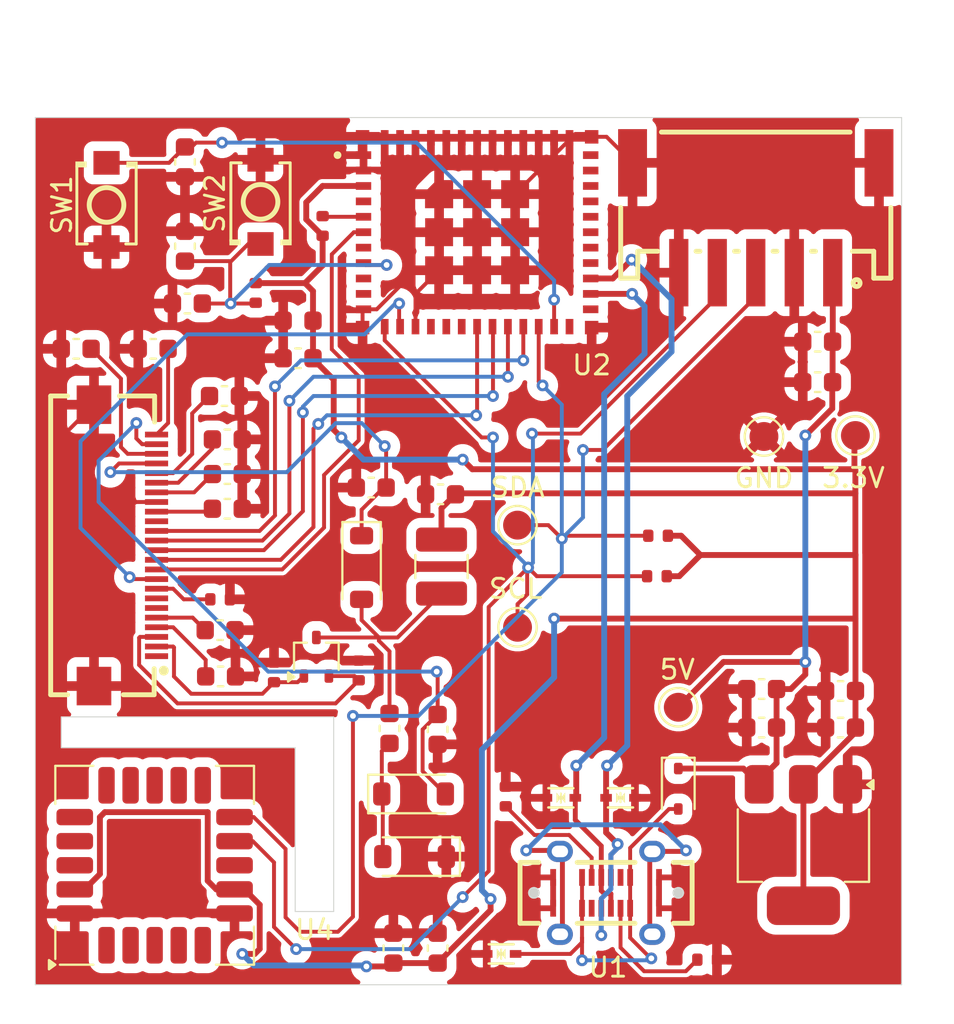
<source format=kicad_pcb>
(kicad_pcb (version 20241229) (generator "pcbnew") (generator_version "9.0")
  (layers (0 "F.Cu" signal) (2 "B.Cu" signal) (13 "F.Paste" user) (15 "B.Paste" user) (5 "F.SilkS" user "F.Silkscreen") (7 "B.SilkS" user "B.Silkscreen") (1 "F.Mask" user) (3 "B.Mask" user) (25 "Edge.Cuts" user))
  (net 0 "")
  (net 1 "GND")
  (net 2 "PREVGH")
  (net 3 "+3.3V")
  (net 4 "PREVGL")
  (net 5 "+5V")
  (net 6 "GPIO9")
  (net 7 "CHIP_PU")
  (net 8 "VBUS")
  (net 9 "D-")
  (net 10 "D+")
  (net 11 "SCL")
  (net 12 "SDA")
  (net 13 "SCLK")
  (net 14 "DC")
  (net 15 "CS")
  (net 16 "RES")
  (net 17 "GDR")
  (net 18 "BUSY")
  (net 19 "SDI")
  (net 20 "RESE")
  (net 21 "GPIO2")
  (net 22 "Net-(U1-CC1)")
  (net 23 "Net-(U1-CC2)")
  (net 25 "unconnected-(U1-EH-Pad0)")
  (net 30 "Net-(FPC1-Pad8)")
  (net 32 "Net-(C12-Pad2)")
  (net 33 "Net-(C14-Pad2)")
  (net 34 "Net-(D6-K)")
  (net 35 "Net-(D8-A)")
  (net 36 "Net-(C20-Pad2)")
  (net 37 "Net-(C21-Pad1)")
  (net 38 "Net-(C22-Pad1)")
  (net 39 "Net-(C23-Pad2)")
  (net 40 "Net-(C24-Pad2)")
  (net 41 "Net-(C25-Pad2)")
  (footprint "FPC-SMD_24P-P0.50_FPC-05FB-24PH20:FPC-SMD_24P-P0.50_FPC-05FB-24PH20" (layer "F.Cu") (at 91.674 96.2 -90)
    (property "Reference" "FPC1" (hide yes))
    (property "Value" "~")
  )
  (footprint "Capacitor_SMD:C_0603_1608Metric" (layer "F.Cu") (at 108.05 93.55 180)
    (property "Reference" "C18" (hide yes))
    (property "Value" "4.7uf/25V")
  )
  (footprint "Capacitor_SMD:C_0603_1608Metric" (layer "F.Cu") (at 105.4 105.7 90)
    (property "Reference" "C17" (hide yes))
    (property "Value" "4.7uf/25V")
  )
  (footprint "Capacitor_SMD:C_0603_1608Metric" (layer "F.Cu") (at 94.9 83.65)
    (property "Reference" "C4" (hide yes))
    (property "Value" "1uf/50V")
  )
  (footprint "Capacitor_SMD:C_0603_1608Metric" (layer "F.Cu") (at 96.975 92.5)
    (property "Reference" "C21" (hide yes))
    (property "Value" "1uf/50V")
  )
  (footprint "TestPoint:TestPoint_Pad_D1.5mm" (layer "F.Cu") (at 112.05 100.45)
    (property "Reference" "SCL")
    (property "Value" "TestPoint")
  )
  (footprint "Sensor:Sensirion_SCD4x-1EP_10.1x10.1mm_P1.25mm_EP4.8x4.8mm" (layer "F.Cu") (at 93.2 112.8 90)
    (property "Reference" "U4")
    (property "Value" "SCD40-D-R1")
  )
  (footprint "Diode_SMD:D_SOD-323" (layer "F.Cu") (at 120.4 108.830758 -90)
    (property "Reference" "D1" (hide yes))
    (property "Value" "1N5819WS")
  )
  (footprint "Capacitor_SMD:C_0603_1608Metric" (layer "F.Cu") (at 96.975 94.3 180)
    (property "Reference" "C20" (hide yes))
    (property "Value" "1uf/50V")
  )
  (footprint "TestPoint:TestPoint_Pad_D1.5mm" (layer "F.Cu") (at 112.05 95.15)
    (property "Reference" "SDA")
    (property "Value" "TestPoint")
  )
  (footprint "TestPoint:TestPoint_Pad_D1.5mm" (layer "F.Cu") (at 124.85 90.55)
    (property "Reference" "GND")
    (property "Value" "TestPoint")
  )
  (footprint "Capacitor_SMD:C_0603_1608Metric" (layer "F.Cu") (at 107.9 105.75 -90)
    (property "Reference" "C13" (hide yes))
    (property "Value" "4.7uf/25V")
  )
  (footprint "Diode_SMD:D_SOD-123" (layer "F.Cu") (at 106.7 112.35 180)
    (property "Reference" "D7" (hide yes))
    (property "Value" "MBR0530")
  )
  (footprint "Resistor_SMD:R_0402_1005Metric" (layer "F.Cu") (at 99.4 102.79 -90)
    (property "Reference" "R10" (hide yes))
    (property "Value" "10k")
  )
  (footprint "Capacitor_SMD:C_0603_1608Metric" (layer "F.Cu") (at 107.9 117.1 -90)
    (property "Reference" "C16" (hide yes))
    (property "Value" "4.7uf/25V")
  )
  (footprint "Capacitor_SMD:C_0603_1608Metric" (layer "F.Cu") (at 93.125 86)
    (property "Reference" "C25" (hide yes))
    (property "Value" "1uf/50V")
  )
  (footprint "Diode_SMD:D_SOD-123" (layer "F.Cu") (at 106.65 109.1)
    (property "Reference" "D6" (hide yes))
    (property "Value" "MBR0530")
  )
  (footprint "Resistor_SMD:R_0402_1005Metric" (layer "F.Cu") (at 111.44 109.230758 -90)
    (property "Reference" "R4" (hide yes))
    (property "Value" "5k")
  )
  (footprint "Capacitor_SMD:C_0603_1608Metric" (layer "F.Cu") (at 124.73 103.655 180)
    (property "Reference" "C7" (hide yes))
    (property "Value" "0.1uf/50V")
  )
  (footprint "Resistor_SMD:R_0402_1005Metric" (layer "F.Cu") (at 101.925 79.625 -90)
    (property "Reference" "R2" (hide yes))
    (property "Value" "10k")
  )
  (footprint "Capacitor_SMD:C_0603_1608Metric" (layer "F.Cu") (at 104.45 93.2 180)
    (property "Reference" "C19" (hide yes))
    (property "Value" "4.7uf/25V")
  )
  (footprint "CONN-SMD_5P-P2.00_ZX-PH2.0-WT5P:CONN-SMD_5P-P2.00_ZX-PH2.0-WT5P" (layer "F.Cu") (at 124.425 79.2 180)
    (property "Reference" "CN1" (hide yes))
    (property "Value" "~")
  )
  (footprint "Capacitor_SMD:C_0603_1608Metric" (layer "F.Cu") (at 94.775 80.675 90)
    (property "Reference" "C5" (hide yes))
    (property "Value" "0.1uf/50V")
  )
  (footprint "Capacitor_SMD:C_0603_1608Metric" (layer "F.Cu") (at 94.775 76.3 -90)
    (property "Reference" "C3" (hide yes))
    (property "Value" "0.1uf/50V")
  )
  (footprint "SOD-523_L1.2-W0.8-LS1.6-BI:SOD-523_L1.2-W0.8-LS1.6-BI" (layer "F.Cu") (at 114.3 109.3)
    (property "Reference" "D4" (hide yes))
    (property "Value" "~")
  )
  (footprint "Capacitor_SMD:C_0603_1608Metric" (layer "F.Cu") (at 89.125 86)
    (property "Reference" "C24" (hide yes))
    (property "Value" "4.7uf/25V")
  )
  (footprint "Resistor_SMD:R_0402_1005Metric" (layer "F.Cu") (at 103.8 102.69 -90)
    (property "Reference" "R11" (hide yes))
    (property "Value" "0.47")
  )
  (footprint "SOD-523_L1.2-W0.8-LS1.6-BI:SOD-523_L1.2-W0.8-LS1.6-BI" (layer "F.Cu") (at 111.2 117.4)
    (property "Reference" "D2" (hide yes))
    (property "Value" "~")
  )
  (footprint "Capacitor_SMD:C_0603_1608Metric" (layer "F.Cu") (at 96.975 90.7)
    (property "Reference" "C22" (hide yes))
    (property "Value" "1uf/50V")
  )
  (footprint "custom_footprints:XCVR_ESP32-C3-MINI-1-N4" (layer "F.Cu") (at 109.95 77.25)
    (property "Reference" "U2")
    (property "Value" "ESP32-C3-MINI-1-N4")
  )
  (footprint "Package_TO_SOT_SMD:SOT-323_SC-70" (layer "F.Cu") (at 101.6 101.98 90)
    (property "Reference" "Q1" (hide yes))
    (property "Value" "Si1308EDL")
  )
  (footprint "TestPoint:TestPoint_Pad_D1.5mm" (layer "F.Cu") (at 120.4 104.6)
    (property "Reference" "5V")
    (property "Value" "TestPoint")
  )
  (footprint "Capacitor_SMD:C_0603_1608Metric" (layer "F.Cu") (at 127.640415 85.630771)
    (property "Reference" "C10" (hide yes))
    (property "Value" "4.7uf/25V")
  )
  (footprint "Resistor_SMD:R_0402_1005Metric" (layer "F.Cu") (at 119.29 97.8)
    (property "Reference" "R6" (hide yes))
    (property "Value" "10k")
  )
  (footprint "Resistor_SMD:R_0402_1005Metric" (layer "F.Cu") (at 121.9 117.7 180)
    (property "Reference" "R3" (hide yes))
    (property "Value" "5k")
  )
  (footprint "Capacitor_SMD:C_0603_1608Metric" (layer "F.Cu") (at 96.825 88.45 180)
    (property "Reference" "C23" (hide yes))
    (property "Value" "4.7uf/25V")
  )
  (footprint "Capacitor_SMD:C_0603_1608Metric" (layer "F.Cu") (at 128.83 103.755)
    (property "Reference" "C9" (hide yes))
    (property "Value" "10uf/25V")
  )
  (footprint "Package_TO_SOT_SMD:SOT-223-3_TabPin2" (layer "F.Cu") (at 126.9 111.75 -90)
    (property "Reference" "U3" (hide yes))
    (property "Value" "AMS1117-3.3")
  )
  (footprint "Capacitor_SMD:C_0603_1608Metric" (layer "F.Cu") (at 128.83 105.655 180)
    (property "Reference" "C8" (hide yes))
    (property "Value" "0.1uf/50V")
  )
  (footprint "Capacitor_SMD:C_0603_1608Metric" (layer "F.Cu") (at 100.651016 84.538452)
    (property "Reference" "C1" (hide yes))
    (property "Value" "10uf/25V")
  )
  (footprint "Inductor_SMD:L_1210_3225Metric" (layer "F.Cu") (at 108.1 97.3 -90)
    (property "Reference" "L1" (hide yes))
    (property "Value" "10uH/1A")
  )
  (footprint "Capacitor_SMD:C_0603_1608Metric" (layer "F.Cu") (at 96.6 100.6 180)
    (property "Reference" "C14" (hide yes))
    (property "Value" "4.7uf/25V")
  )
  (footprint "SW-SMD_L3.9-W3.0-P4.45:SW-SMD_L3.9-W3.0-P4.45" (layer "F.Cu") (at 90.7 78.535 90)
    (property "Reference" "SW1")
    (property "Value" "~")
  )
  (footprint "Capacitor_SMD:C_0603_1608Metric" (layer "F.Cu") (at 96.625 103 180)
    (property "Reference" "C12" (hide yes))
    (property "Value" "4.7uf/25V")
  )
  (footprint "Resistor_SMD:R_0402_1005Metric" (layer "F.Cu") (at 98.45 83.1 90)
    (property "Reference" "R1" (hide yes))
    (property "Value" "10k")
  )
  (footprint "Resistor_SMD:R_0402_1005Metric" (layer "F.Cu") (at 119.35 95.7)
    (property "Reference" "R7" (hide yes))
    (property "Value" "10k")
  )
  (footprint "Capacitor_SMD:C_0603_1608Metric" (layer "F.Cu") (at 105.6 117.1 90)
    (property "Reference" "C15" (hide yes))
    (property "Value" "0.1uf/50V")
  )
  (footprint "Capacitor_SMD:C_0603_1608Metric" (layer "F.Cu") (at 127.640415 87.730771 180)
    (property "Reference" "C11" (hide yes))
    (property "Value" "0.1uf/50V")
  )
  (footprint "Capacitor_SMD:C_0603_1608Metric" (layer "F.Cu") (at 100.651016 86.488452 180)
    (property "Reference" "C2" (hide yes))
    (property "Value" "0.1uf/50V")
  )
  (footprint "Capacitor_SMD:C_0603_1608Metric" (layer "F.Cu") (at 124.73 105.655)
    (property "Reference" "C6" (hide yes))
    (property "Value" "10uf/25V")
  )
  (footprint "Resistor_SMD:R_0402_1005Metric" (layer "F.Cu") (at 96.6 99)
    (property "Reference" "R8" (hide yes))
    (property "Value" "3")
  )
  (footprint "Diode_SMD:D_SOD-123" (layer "F.Cu") (at 103.95 97.35 -90)
    (property "Reference" "D8" (hide yes))
    (property "Value" "MBR0530")
  )
  (footprint "SOD-523_L1.2-W0.8-LS1.6-BI:SOD-523_L1.2-W0.8-LS1.6-BI" (layer "F.Cu") (at 117.4 109.3 180)
    (property "Reference" "D3" (hide yes))
    (property "Value" "~")
  )
  (footprint "SW-SMD_L3.9-W3.0-P4.45:SW-SMD_L3.9-W3.0-P4.45" (layer "F.Cu") (at 98.7 78.375 -90)
    (property "Reference" "SW2")
    (property "Value" "~")
  )
  (footprint "TestPoint:TestPoint_Pad_D1.5mm" (layer "F.Cu") (at 129.6 90.5)
    (property "Reference" "3.3V")
    (property "Value" "TestPoint")
  )
  (footprint "USBC_SMD_VERTICAL:TYPE-C-SMD_USB4120-03-C" (layer "F.Cu") (at 116.65 114.230758)
    (property "Reference" "U1")
    (property "Value" "~")
    (fp_poly (pts (xy -3.452567 -0.039158) (xy -3.472836 -0.114805) (xy -3.511994 -0.182628) (xy -3.567372 -0.238006) (xy -3.635195 -0.277164) (xy -3.710842 -0.297433) (xy -3.789158 -0.297433) (xy -3.864805 -0.277164) (xy -3.932628 -0.238006) (xy -3.988006 -0.182628) (xy -4.027164 -0.114805) (xy -4.047433 -0.039158) (xy -4.047433 0.039158) (xy -4.027164 0.114805) (xy -3.988006 0.182628) (xy -3.932628 0.238006) (xy -3.864805 0.277164) (xy -3.789158 0.297433) (xy -3.710842 0.297433) (xy -3.635195 0.277164) (xy -3.567372 0.238006) (xy -3.511994 0.182628) (xy -3.472836 0.114805) (xy -3.452567 0.039158)) (fill yes) (layer "Edge.Cuts"))
    (fp_poly (pts (xy 4.047433 -0.039158) (xy 4.027164 -0.114805) (xy 3.988006 -0.182628) (xy 3.932628 -0.238006) (xy 3.864805 -0.277164) (xy 3.789158 -0.297433) (xy 3.710842 -0.297433) (xy 3.635195 -0.277164) (xy 3.567372 -0.238006) (xy 3.511994 -0.182628) (xy 3.472836 -0.114805) (xy 3.452567 -0.039158) (xy 3.452567 0.039158) (xy 3.472836 0.114805) (xy 3.511994 0.182628) (xy 3.567372 0.238006) (xy 3.635195 0.277164) (xy 3.710842 0.297433) (xy 3.789158 0.297433) (xy 3.864805 0.277164) (xy 3.932628 0.238006) (xy 3.988006 0.182628) (xy 4.027164 0.114805) (xy 4.047433 0.039158)) (fill yes) (layer "Edge.Cuts"))
  )
  (gr_line (start 132 119) (end 87 119) (stroke (width 0.05)) (layer "Edge.Cuts"))
  (gr_line (start 100.5 115.2) (end 102.5 115.2) (stroke (width 0.05)) (layer "Edge.Cuts"))
  (gr_line (start 87 119) (end 87 74) (stroke (width 0.05)) (layer "Edge.Cuts"))
  (gr_line (start 102.5 105.1) (end 88.35 105.1) (stroke (width 0.05)) (layer "Edge.Cuts"))
  (gr_line (start 87 74) (end 132 74) (stroke (width 0.05)) (layer "Edge.Cuts"))
  (gr_line (start 100.5 106.7) (end 100.5 115.2) (stroke (width 0.05)) (layer "Edge.Cuts"))
  (gr_line (start 102.5 115.2) (end 102.5 105.1) (stroke (width 0.05)) (layer "Edge.Cuts"))
  (gr_line (start 88.35 105.1) (end 88.35 106.7) (stroke (width 0.05)) (layer "Edge.Cuts"))
  (gr_line (start 132 74) (end 132 119) (stroke (width 0.05)) (layer "Edge.Cuts"))
  (gr_line (start 88.35 106.7) (end 100.5 106.7) (stroke (width 0.05)) (layer "Edge.Cuts"))
  (segment (start 116.675 75) (end 115.9 75) (width 0.2032) (layer "F.Cu") (net 1))
  (segment (start 106.75 83.15) (end 107.975 81.925) (width 0.2032) (layer "F.Cu") (net 1))
  (segment (start 104.05 83.95) (end 104.736198 83.95) (width 0.2032) (layer "F.Cu") (net 1))
  (segment (start 118.025 76.35) (end 116.675 75) (width 0.2032) (layer "F.Cu") (net 1))
  (segment (start 106.761198 81.925) (end 107.975 81.925) (width 0.2032) (layer "F.Cu") (net 1))
  (segment (start 104.736198 83.95) (end 106.761198 81.925) (width 0.2032) (layer "F.Cu") (net 1))
  (segment (start 114.9 75) (end 111.925 77.975) (width 0.2032) (layer "F.Cu") (net 1))
  (segment (start 106.75 84.85) (end 106.75 83.15) (width 0.2032) (layer "F.Cu") (net 1))
  (segment (start 88.55 90.399) (end 90.049 88.9) (width 0.2032) (layer "F.Cu") (net 1))
  (segment (start 104 84.9) (end 104 84) (width 0.2032) (layer "F.Cu") (net 1))
  (segment (start 115.9 75) (end 114.9 75) (width 0.2032) (layer "F.Cu") (net 1))
  (segment (start 93.299 93.95) (end 88.55 93.95) (width 0.2032) (layer "F.Cu") (net 1))
  (segment (start 88.55 93.95) (end 88.55 90.399) (width 0.2032) (layer "F.Cu") (net 1))
  (segment (start 104 84) (end 104.05 83.95) (width 0.2032) (layer "F.Cu") (net 1))
  (segment (start 90.9 92.4) (end 91.35 91.95) (width 0.2032) (layer "F.Cu") (net 2))
  (segment (start 105.225 91.125) (end 105.15 91.05) (width 0.2032) (layer "F.Cu") (net 2))
  (segment (start 105.225 93.2) (end 105.225 91.125) (width 0.2032) (layer "F.Cu") (net 2))
  (segment (start 103.95 95.7) (end 103.95 94.35) (width 0.2032) (layer "F.Cu") (net 2))
  (segment (start 91.35 91.95) (end 93.299 91.95) (width 0.2032) (layer "F.Cu") (net 2))
  (segment (start 103.95 94.35) (end 105.1 93.2) (width 0.2032) (layer "F.Cu") (net 2))
  (segment (start 105.1 93.2) (end 105.225 93.2) (width 0.2032) (layer "F.Cu") (net 2))
  (via (at 105.15 91.05) (size 0.61) (drill 0.3) (layers "F.Cu" "B.Cu") (net 2))
  (via (at 90.9 92.4) (size 0.61) (drill 0.3) (layers "F.Cu" "B.Cu") (net 2))
  (segment (start 100.063802 92.4) (end 90.9 92.4) (width 0.2032) (layer "B.Cu") (net 2))
  (segment (start 103.9574 89.8574) (end 102.606402 89.8574) (width 0.2032) (layer "B.Cu") (net 2))
  (segment (start 102.606402 89.8574) (end 100.063802 92.4) (width 0.2032) (layer "B.Cu") (net 2))
  (segment (start 105.15 91.05) (end 103.9574 89.8574) (width 0.2032) (layer "B.Cu") (net 2))
  (segment (start 89.560718 114.05) (end 89.05 114.05) (width 0.3048) (layer "F.Cu") (net 3))
  (segment (start 129.605 105.655) (end 129.605 103.755) (width 0.3048) (layer "F.Cu") (net 3))
  (segment (start 121.55 96.7) (end 120.45 97.8) (width 0.3048) (layer "F.Cu") (net 3))
  (segment (start 129.605 105.895) (end 129.605 105.655) (width 0.3048) (layer "F.Cu") (net 3))
  (segment (start 97.35 114.05) (end 96.400001 114.05) (width 0.3048) (layer "F.Cu") (net 3))
  (segment (start 113.95 100) (end 129.595365 100) (width 0.3048) (layer "F.Cu") (net 3))
  (segment (start 129.6 96.695) (end 129.605 96.7) (width 0.3048) (layer "F.Cu") (net 3))
  (segment (start 101.01 82.59) (end 98.45 82.59) (width 0.3048) (layer "F.Cu") (net 3))
  (segment (start 105.6 117.875) (end 107.9 117.875) (width 0.3048) (layer "F.Cu") (net 3))
  (segment (start 108.1 94.275) (end 108.825 93.55) (width 0.3048) (layer "F.Cu") (net 3))
  (segment (start 126.9 114.9) (end 126.9 108.6) (width 0.3048) (layer "F.Cu") (net 3))
  (segment (start 101.426016 83.006016) (end 101.426016 84.538452) (width 0.3048) (layer "F.Cu") (net 3))
  (segment (start 97.860718 114.05) (end 97.35 114.05) (width 0.3048) (layer "F.Cu") (net 3))
  (segment (start 98.4 117.4) (end 98.6566 117.1434) (width 0.3048) (layer "F.Cu") (net 3))
  (segment (start 107.9 117.875) (end 110.65 115.125) (width 0.3048) (layer "F.Cu") (net 3))
  (segment (start 101.925 81.675) (end 101.01 82.59) (width 0.3048) (layer "F.Cu") (net 3))
  (segment (start 95.9566 113.606599) (end 95.9566 110.0434) (width 0.3048) (layer "F.Cu") (net 3))
  (segment (start 95.9566 110.0434) (end 90.6132 110.0434) (width 0.3048) (layer "F.Cu") (net 3))
  (segment (start 90.3566 110.3) (end 90.3566 113.254118) (width 0.3048) (layer "F.Cu") (net 3))
  (segment (start 101.426016 86.488452) (end 101.426016 86.526016) (width 0.3048) (layer "F.Cu") (net 3))
  (segment (start 129.605 96.7) (end 129.605 103.755) (width 0.3048) (layer "F.Cu") (net 3))
  (segment (start 101.426016 86.488452) (end 101.426016 84.538452) (width 0.3048) (layer "F.Cu") (net 3))
  (segment (start 108.875 93.5) (end 129.6 93.5) (width 0.3048) (layer "F.Cu") (net 3))
  (segment (start 101.925 80.135) (end 101.075 79.285) (width 0.3048) (layer "F.Cu") (net 3))
  (segment (start 108.1 95.9) (end 108.1 94.275) (width 0.3048) (layer "F.Cu") (net 3))
  (segment (start 90.6132 110.0434) (end 90.3566 110.3) (width 0.3048) (layer "F.Cu") (net 3))
  (segment (start 119.86 95.7) (end 120.55 95.7) (width 0.3048) (layer "F.Cu") (net 3))
  (segment (start 101.925 80.135) (end 101.925 81.675) (width 0.3048) (layer "F.Cu") (net 3))
  (segment (start 98.6566 117.1434) (end 98.6566 114.845882) (width 0.3048) (layer "F.Cu") (net 3))
  (segment (start 101.426016 86.526016) (end 102.5 87.6) (width 0.3048) (layer "F.Cu") (net 3))
  (segment (start 102.5 90.2) (end 102.9 90.6) (width 0.3048) (layer "F.Cu") (net 3))
  (segment (start 121.55 96.7) (end 129.605 96.7) (width 0.3048) (layer "F.Cu") (net 3))
  (segment (start 120.45 97.8) (end 119.8 97.8) (width 0.3048) (layer "F.Cu") (net 3))
  (segment (start 108.825 93.55) (end 108.875 93.5) (width 0.3048) (layer "F.Cu") (net 3))
  (segment (start 104.2 118.05) (end 105.425 118.05) (width 0.3048) (layer "F.Cu") (net 3))
  (segment (start 98.6566 114.845882) (end 97.860718 114.05) (width 0.3048) (layer "F.Cu") (net 3))
  (segment (start 129.6 92.3) (end 129.6 96.695) (width 0.3048) (layer "F.Cu") (net 3))
  (segment (start 109.7 92.25) (end 129.55 92.25) (width 0.3048) (layer "F.Cu") (net 3))
  (segment (start 101.075 79.285) (end 101.075 78.4) (width 0.3048) (layer "F.Cu") (net 3))
  (segment (start 90.3566 113.254118) (end 89.560718 114.05) (width 0.3048) (layer "F.Cu") (net 3))
  (segment (start 120.55 95.7) (end 121.55 96.7) (width 0.3048) (layer "F.Cu") (net 3))
  (segment (start 109.2 91.75) (end 109.7 92.25) (width 0.3048) (layer "F.Cu") (net 3))
  (segment (start 101.075 78.4) (end 101.925 77.55) (width 0.3048) (layer "F.Cu") (net 3))
  (segment (start 129.55 92.25) (end 129.6 92.3) (width 0.3048) (layer "F.Cu") (net 3))
  (segment (start 126.9 108.6) (end 129.605 105.895) (width 0.3048) (layer "F.Cu") (net 3))
  (segment (start 129.55 90.55) (end 129.55 92.25) (width 0.3048) (layer "F.Cu") (net 3))
  (segment (start 129.6 90.5) (end 129.55 90.55) (width 0.3048) (layer "F.Cu") (net 3))
  (segment (start 97.75 117.4) (end 98.4 117.4) (width 0.3048) (layer "F.Cu") (net 3))
  (segment (start 105.425 118.05) (end 105.6 117.875) (width 0.3048) (layer "F.Cu") (net 3))
  (segment (start 101.925 77.55) (end 104.05 77.55) (width 0.3048) (layer "F.Cu") (net 3))
  (segment (start 102.5 87.6) (end 102.5 90.2) (width 0.3048) (layer "F.Cu") (net 3))
  (segment (start 110.65 115.125) (end 110.65 114.55) (width 0.3048) (layer "F.Cu") (net 3))
  (segment (start 101.01 82.59) (end 101.426016 83.006016) (width 0.3048) (layer "F.Cu") (net 3))
  (segment (start 96.400001 114.05) (end 95.9566 113.606599) (width 0.3048) (layer "F.Cu") (net 3))
  (via (at 104.2 118.05) (size 0.61) (drill 0.3) (layers "F.Cu" "B.Cu") (net 3))
  (via (at 113.95 100) (size 0.61) (drill 0.3) (layers "F.Cu" "B.Cu") (net 3))
  (via (at 97.75 117.4) (size 0.61) (drill 0.3) (layers "F.Cu" "B.Cu") (net 3))
  (via (at 102.9 90.6) (size 0.61) (drill 0.3) (layers "F.Cu" "B.Cu") (net 3))
  (via (at 110.65 114.55) (size 0.61) (drill 0.3) (layers "F.Cu" "B.Cu") (net 3))
  (via (at 109.2 91.75) (size 0.61) (drill 0.3) (layers "F.Cu" "B.Cu") (net 3))
  (segment (start 110.65 114.55) (end 110.2 114.1) (width 0.3048) (layer "B.Cu") (net 3))
  (segment (start 97.75 117.4) (end 98.35 118) (width 0.3048) (layer "B.Cu") (net 3))
  (segment (start 110.2 114.1) (end 110.2 106.8) (width 0.3048) (layer "B.Cu") (net 3))
  (segment (start 104.05 91.75) (end 109.2 91.75) (width 0.3048) (layer "B.Cu") (net 3))
  (segment (start 110.2 106.8) (end 113.95 103.05) (width 0.3048) (layer "B.Cu") (net 3))
  (segment (start 104.15 118) (end 104.2 118.05) (width 0.3048) (layer "B.Cu") (net 3))
  (segment (start 98.35 118) (end 104.15 118) (width 0.3048) (layer "B.Cu") (net 3))
  (segment (start 102.9 90.6) (end 104.05 91.75) (width 0.3048) (layer "B.Cu") (net 3))
  (segment (start 113.95 103.05) (end 113.95 100) (width 0.3048) (layer "B.Cu") (net 3))
  (segment (start 92.25 90.65) (end 92.25 89.85) (width 0.2032) (layer "F.Cu") (net 4))
  (segment (start 92.55 90.95) (end 92.25 90.65) (width 0.2032) (layer "F.Cu") (net 4))
  (segment (start 108.3 109.1) (end 107.1192 107.9192) (width 0.2032) (layer "F.Cu") (net 4))
  (segment (start 93.299 90.95) (end 92.55 90.95) (width 0.2032) (layer "F.Cu") (net 4))
  (segment (start 107.1192 105.7558) (end 107.9 104.975) (width 0.2032) (layer "F.Cu") (net 4))
  (segment (start 107.9 102.8) (end 107.9 104.975) (width 0.2032) (layer "F.Cu") (net 4))
  (segment (start 107.1192 107.9192) (end 107.1192 105.7558) (width 0.2032) (layer "F.Cu") (net 4))
  (segment (start 107.85 102.75) (end 107.9 102.8) (width 0.2032) (layer "F.Cu") (net 4))
  (via (at 107.85 102.75) (size 0.61) (drill 0.3) (layers "F.Cu" "B.Cu") (net 4))
  (via (at 92.25 89.85) (size 0.61) (drill 0.3) (layers "F.Cu" "B.Cu") (net 4))
  (segment (start 90.2892 91.8108) (end 90.2892 93.9392) (width 0.2032) (layer "B.Cu") (net 4))
  (segment (start 92.25 89.85) (end 90.2892 91.8108) (width 0.2032) (layer "B.Cu") (net 4))
  (segment (start 90.2892 93.9392) (end 99.1 102.75) (width 0.2032) (layer "B.Cu") (net 4))
  (segment (start 99.1 102.75) (end 107.85 102.75) (width 0.2032) (layer "B.Cu") (net 4))
  (segment (start 125.505 105.655) (end 125.505 103.655) (width 0.3048) (layer "F.Cu") (net 5))
  (segment (start 128.415415 87.730771) (end 128.415415 85.630771) (width 0.3048) (layer "F.Cu") (net 5))
  (segment (start 124.6 108.6) (end 124.6 108.4) (width 0.3048) (layer "F.Cu") (net 5))
  (segment (start 122.75 102.25) (end 127 102.25) (width 0.3048) (layer "F.Cu") (net 5))
  (segment (start 128.425 85.375) (end 128.425 82.05) (width 0.3048) (layer "F.Cu") (net 5))
  (segment (start 128.4 87.746186) (end 128.415415 87.730771) (width 0.3048) (layer "F.Cu") (net 5))
  (segment (start 125.505 107.495) (end 125.505 105.655) (width 0.3048) (layer "F.Cu") (net 5))
  (segment (start 127 90.5) (end 128.4 89.1) (width 0.3048) (layer "F.Cu") (net 5))
  (segment (start 120.4 104.6) (end 122.75 102.25) (width 0.3048) (layer "F.Cu") (net 5))
  (segment (start 128.4 89.1) (end 128.4 87.746186) (width 0.3048) (layer "F.Cu") (net 5))
  (segment (start 127 102.25) (end 127 102.9) (width 0.3048) (layer "F.Cu") (net 5))
  (segment (start 128.415415 85.630771) (end 128.415415 85.384585) (width 0.3048) (layer "F.Cu") (net 5))
  (segment (start 123.780758 107.780758) (end 124.6 108.6) (width 0.3048) (layer "F.Cu") (net 5))
  (segment (start 124.6 108.4) (end 125.505 107.495) (width 0.3048) (layer "F.Cu") (net 5))
  (segment (start 128.415415 85.384585) (end 128.425 85.375) (width 0.3048) (layer "F.Cu") (net 5))
  (segment (start 120.4 107.780758) (end 123.780758 107.780758) (width 0.3048) (layer "F.Cu") (net 5))
  (segment (start 126.245 103.655) (end 125.505 103.655) (width 0.3048) (layer "F.Cu") (net 5))
  (segment (start 127 102.9) (end 126.245 103.655) (width 0.3048) (layer "F.Cu") (net 5))
  (via (at 127 102.25) (size 0.61) (drill 0.3) (layers "F.Cu" "B.Cu") (net 5))
  (via (at 127 90.5) (size 0.61) (drill 0.3) (layers "F.Cu" "B.Cu") (net 5))
  (segment (start 127 90.5) (end 127 102.25) (width 0.3048) (layer "B.Cu") (net 5))
  (segment (start 95.125 75.525) (end 94.775 75.525) (width 0.2032) (layer "F.Cu") (net 6))
  (segment (start 95.35 75.3) (end 95.125 75.525) (width 0.2032) (layer "F.Cu") (net 6))
  (segment (start 94.75 75.5) (end 94.775 75.525) (width 0.2032) (layer "F.Cu") (net 6))
  (segment (start 113.95 83.45) (end 113.95 84.85) (width 0.2032) (layer "F.Cu") (net 6))
  (segment (start 90.7 76.35) (end 93.95 76.35) (width 0.2032) (layer "F.Cu") (net 6))
  (segment (start 96.7 75.3) (end 95.35 75.3) (width 0.2032) (layer "F.Cu") (net 6))
  (segment (start 93.95 76.35) (end 94.775 75.525) (width 0.2032) (layer "F.Cu") (net 6))
  (via (at 96.7 75.3) (size 0.61) (drill 0.3) (layers "F.Cu" "B.Cu") (net 6))
  (via (at 113.95 83.45) (size 0.61) (drill 0.3) (layers "F.Cu" "B.Cu") (net 6))
  (segment (start 113.95 83.45) (end 113.95 82.45) (width 0.2032) (layer "B.Cu") (net 6))
  (segment (start 106.8 75.3) (end 96.7 75.3) (width 0.2032) (layer "B.Cu") (net 6))
  (segment (start 113.95 82.45) (end 106.8 75.3) (width 0.2032) (layer "B.Cu") (net 6))
  (segment (start 98.41 83.65) (end 98.45 83.61) (width 0.2032) (layer "F.Cu") (net 7))
  (segment (start 97.15 83.65) (end 98.41 83.65) (width 0.2032) (layer "F.Cu") (net 7))
  (segment (start 104.15 81.65) (end 104.05 81.55) (width 0.2032) (layer "F.Cu") (net 7))
  (segment (start 97.125 81.5) (end 97.075 81.45) (width 0.2032) (layer "F.Cu") (net 7))
  (segment (start 105.25 81.65) (end 104.15 81.65) (width 0.2032) (layer "F.Cu") (net 7))
  (segment (start 98.675 80.535) (end 98.09 80.535) (width 0.2032) (layer "F.Cu") (net 7))
  (segment (start 97.075 81.45) (end 94.775 81.45) (width 0.2032) (layer "F.Cu") (net 7))
  (segment (start 98.7 80.56) (end 98.675 80.535) (width 0.2032) (layer "F.Cu") (net 7))
  (segment (start 98.09 80.535) (end 97.125 81.5) (width 0.2032) (layer "F.Cu") (net 7))
  (segment (start 97.125 83.625) (end 97.15 83.65) (width 0.2032) (layer "F.Cu") (net 7))
  (segment (start 97.15 83.65) (end 95.675 83.65) (width 0.2032) (layer "F.Cu") (net 7))
  (segment (start 97.125 81.5) (end 97.125 83.625) (width 0.2032) (layer "F.Cu") (net 7))
  (via (at 105.25 81.65) (size 0.61) (drill 0.3) (layers "F.Cu" "B.Cu") (net 7))
  (via (at 97.15 83.65) (size 0.61) (drill 0.3) (layers "F.Cu" "B.Cu") (net 7))
  (segment (start 99.15 81.65) (end 97.15 83.65) (width 0.2032) (layer "B.Cu") (net 7))
  (segment (start 105.25 81.65) (end 99.15 81.65) (width 0.2032) (layer "B.Cu") (net 7))
  (segment (start 117.9 111.9) (end 117.9 113.430758) (width 0.2032) (layer "F.Cu") (net 8))
  (segment (start 111.95 117.4) (end 114.8 117.4) (width 0.2032) (layer "F.Cu") (net 8))
  (segment (start 119.919242 109.880758) (end 117.9 111.9) (width 0.2032) (layer "F.Cu") (net 8))
  (segment (start 120.4 109.880758) (end 119.919242 109.880758) (width 0.2032) (layer "F.Cu") (net 8))
  (segment (start 117.9 116.561516) (end 118.969242 117.630758) (width 0.2032) (layer "F.Cu") (net 8))
  (segment (start 115.4 117.730758) (end 115.4 116.561516) (width 0.2032) (layer "F.Cu") (net 8))
  (segment (start 115.4 116.561516) (end 115.4 115.030758) (width 0.2032) (layer "F.Cu") (net 8))
  (segment (start 117.9 115.030758) (end 117.9 113.430758) (width 0.2032) (layer "F.Cu") (net 8))
  (segment (start 115.4 115.030758) (end 115.4 113.430758) (width 0.2032) (layer "F.Cu") (net 8))
  (segment (start 114.8 117.4) (end 115.4 116.8) (width 0.2032) (layer "F.Cu") (net 8))
  (segment (start 115.4 116.8) (end 115.4 116.561516) (width 0.2032) (layer "F.Cu") (net 8))
  (segment (start 117.9 115.030758) (end 117.9 116.561516) (width 0.2032) (layer "F.Cu") (net 8))
  (segment (start 118.969242 117.630758) (end 119 117.630758) (width 0.2032) (layer "F.Cu") (net 8))
  (via (at 115.4 117.730758) (size 0.61) (drill 0.3) (layers "F.Cu" "B.Cu") (net 8))
  (via (at 119 117.630758) (size 0.61) (drill 0.3) (layers "F.Cu" "B.Cu") (net 8))
  (segment (start 115.4 117.730758) (end 118.9 117.730758) (width 0.2032) (layer "B.Cu") (net 8))
  (segment (start 118.9 117.730758) (end 119 117.630758) (width 0.2032) (layer "B.Cu") (net 8))
  (segment (start 116.4 115.030758) (end 116.4 116.430758) (width 0.254) (layer "F.Cu") (net 9))
  (segment (start 117.25 111.7) (end 116.65 111.1) (width 0.305) (layer "F.Cu") (net 9))
  (segment (start 117.25 111.9) (end 116.9 112.25) (width 0.254) (layer "F.Cu") (net 9))
  (segment (start 117.25 111.7) (end 117.25 111.9) (width 0.254) (layer "F.Cu") (net 9))
  (segment (start 116.68 109.330758) (end 116.65 109.360758) (width 0.254) (layer "F.Cu") (net 9))
  (segment (start 116.65 107.680758) (end 116.7 107.630758) (width 0.305) (layer "F.Cu") (net 9))
  (segment (start 116.65 109.3) (end 116.65 107.680758) (width 0.305) (layer "F.Cu") (net 9))
  (segment (start 116.9 112.25) (end 116.9 113.430758) (width 0.254) (layer "F.Cu") (net 9))
  (segment (start 117.975 81.375) (end 117 82.35) (width 0.305) (layer "F.Cu") (net 9))
  (segment (start 117 82.35) (end 115.85 82.35) (width 0.305) (layer "F.Cu") (net 9))
  (segment (start 116.65 111.1) (end 116.65 109.3) (width 0.305) (layer "F.Cu") (net 9))
  (via (at 117.25 111.7) (size 0.61) (drill 0.3) (layers "F.Cu" "B.Cu") (net 9))
  (via (at 117.975 81.375) (size 0.61) (drill 0.3) (layers "F.Cu" "B.Cu") (net 9))
  (via (at 116.7 107.630758) (size 0.61) (drill 0.3) (layers "F.Cu" "B.Cu") (net 9))
  (via (at 116.4 116.430758) (size 0.61) (drill 0.3) (layers "F.Cu" "B.Cu") (net 9))
  (segment (start 120.05 86.15) (end 117.75 88.45) (width 0.305) (layer "B.Cu") (net 9))
  (segment (start 118 81.375) (end 117.975 81.375) (width 0.305) (layer "B.Cu") (net 9))
  (segment (start 117.75 88.45) (end 117.75 106.580758) (width 0.305) (layer "B.Cu") (net 9))
  (segment (start 120.05 83.425) (end 120.05 86.15) (width 0.305) (layer "B.Cu") (net 9))
  (segment (start 116.9 112.25) (end 116.9 114.030758) (width 0.254) (layer "B.Cu") (net 9))
  (segment (start 117.25 111.7) (end 117.25 111.9) (width 0.254) (layer "B.Cu") (net 9))
  (segment (start 116.4 114.530758) (end 116.4 116.430758) (width 0.254) (layer "B.Cu") (net 9))
  (segment (start 117.25 111.9) (end 116.9 112.25) (width 0.254) (layer "B.Cu") (net 9))
  (segment (start 117.75 106.580758) (end 116.7 107.630758) (width 0.305) (layer "B.Cu") (net 9))
  (segment (start 120.05 83.425) (end 118 81.375) (width 0.305) (layer "B.Cu") (net 9))
  (segment (start 116.9 114.030758) (end 116.4 114.530758) (width 0.254) (layer "B.Cu") (net 9))
  (segment (start 116.8812 114.264558) (end 116.9 114.283358) (width 0.254) (layer "F.Cu") (net 10))
  (segment (start 115.1 109.25) (end 115.05 109.3) (width 0.305) (layer "F.Cu") (net 10))
  (segment (start 116.4 114.119758) (end 116.5448 114.264558) (width 0.254) (layer "F.Cu") (net 10))
  (segment (start 115.1 107.630758) (end 115.1 109.25) (width 0.305) (layer "F.Cu") (net 10))
  (segment (start 116.4 113.430758) (end 116.4 114.119758) (width 0.254) (layer "F.Cu") (net 10))
  (segment (start 116.5448 114.264558) (end 116.8812 114.264558) (width 0.254) (layer "F.Cu") (net 10))
  (segment (start 115.05 110.45) (end 115.05 109.3) (width 0.254) (layer "F.Cu") (net 10))
  (segment (start 116.9 114.283358) (end 116.9 115.030758) (width 0.254) (layer "F.Cu") (net 10))
  (segment (start 118 83.15) (end 115.85 83.15) (width 0.305) (layer "F.Cu") (net 10))
  (segment (start 116.4 113.430758) (end 116.4 111.8) (width 0.254) (layer "F.Cu") (net 10))
  (segment (start 116.4 111.8) (end 115.05 110.45) (width 0.254) (layer "F.Cu") (net 10))
  (via (at 115.1 107.630758) (size 0.61) (drill 0.3) (layers "F.Cu" "B.Cu") (net 10))
  (via (at 118 83.15) (size 0.61) (drill 0.3) (layers "F.Cu" "B.Cu") (net 10))
  (segment (start 118.65 83.8) (end 118.65 86.25) (width 0.305) (layer "B.Cu") (net 10))
  (segment (start 116.55 88.35) (end 116.55 106.180758) (width 0.305) (layer "B.Cu") (net 10))
  (segment (start 118.65 86.25) (end 116.55 88.35) (width 0.305) (layer "B.Cu") (net 10))
  (segment (start 116.55 106.180758) (end 115.1 107.630758) (width 0.305) (layer "B.Cu") (net 10))
  (segment (start 118 83.15) (end 118.65 83.8) (width 0.305) (layer "B.Cu") (net 10))
  (segment (start 99.4 112.650001) (end 99.4 116) (width 0.2032) (layer "F.Cu") (net 11))
  (segment (start 112.55 97.4) (end 112.6 97.35) (width 0.2032) (layer "F.Cu") (net 11))
  (segment (start 110.55 113.1) (end 110.55 99.4) (width 0.2032) (layer "F.Cu") (net 11))
  (segment (start 112.05 100.45) (end 112.05 99.25) (width 0.2032) (layer "F.Cu") (net 11))
  (segment (start 109.2 114.45) (end 110.55 113.1) (width 0.2032) (layer "F.Cu") (net 11))
  (segment (start 115.325 90.4) (end 122.425 83.3) (width 0.2032) (layer "F.Cu") (net 11))
  (segment (start 97.35 111.55) (end 98.299999 111.55) (width 0.2032) (layer "F.Cu") (net 11))
  (segment (start 98.299999 111.55) (end 99.4 112.650001) (width 0.2032) (layer "F.Cu") (net 11))
  (segment (start 110.55 99.4) (end 112.6 97.35) (width 0.2032) (layer "F.Cu") (net 11))
  (segment (start 113.05 97.8) (end 112.6 97.35) (width 0.2032) (layer "F.Cu") (net 11))
  (segment (start 110.186198 90.6) (end 105.15 85.563802) (width 0.2032) (layer "F.Cu") (net 11))
  (segment (start 112.8 90.4) (end 115.325 90.4) (width 0.2032) (layer "F.Cu") (net 11))
  (segment (start 99.4 116) (end 100.55 117.15) (width 0.2032) (layer "F.Cu") (net 11))
  (segment (start 118.78 97.8) (end 113.05 97.8) (width 0.2032) (layer "F.Cu") (net 11))
  (segment (start 122.425 83.3) (end 122.425 82.05) (width 0.2032) (layer "F.Cu") (net 11))
  (segment (start 112.05 99.25) (end 112.55 98.75) (width 0.2032) (layer "F.Cu") (net 11))
  (segment (start 105.15 85.563802) (end 105.15 84.85) (width 0.2032) (layer "F.Cu") (net 11))
  (segment (start 112.55 98.75) (end 112.55 97.4) (width 0.2032) (layer "F.Cu") (net 11))
  (segment (start 110.775 90.6) (end 110.186198 90.6) (width 0.2032) (layer "F.Cu") (net 11))
  (via (at 100.55 117.15) (size 0.61) (drill 0.3) (layers "F.Cu" "B.Cu") (net 11))
  (via (at 112.6 97.35) (size 0.61) (drill 0.3) (layers "F.Cu" "B.Cu") (net 11))
  (via (at 112.8 90.4) (size 0.61) (drill 0.3) (layers "F.Cu" "B.Cu") (net 11))
  (via (at 110.775 90.6) (size 0.61) (drill 0.3) (layers "F.Cu" "B.Cu") (net 11))
  (via (at 109.2 114.45) (size 0.61) (drill 0.3) (layers "F.Cu" "B.Cu") (net 11))
  (segment (start 112.85 97.1) (end 112.6 97.35) (width 0.2032) (layer "B.Cu") (net 11))
  (segment (start 110.775 95.475) (end 112.6 97.3) (width 0.2032) (layer "B.Cu") (net 11))
  (segment (start 112.85 90.45) (end 112.85 97.1) (width 0.2032) (layer "B.Cu") (net 11))
  (segment (start 106.5 117.15) (end 109.2 114.45) (width 0.2032) (layer "B.Cu") (net 11))
  (segment (start 112.6 97.3) (end 112.6 97.35) (width 0.2032) (layer "B.Cu") (net 11))
  (segment (start 110.775 90.6) (end 110.775 95.475) (width 0.2032) (layer "B.Cu") (net 11))
  (segment (start 112.8 90.4) (end 112.85 90.45) (width 0.2032) (layer "B.Cu") (net 11))
  (segment (start 100.55 117.15) (end 106.5 117.15) (width 0.2032) (layer "B.Cu") (net 11))
  (segment (start 111.95 95.15) (end 113.65 95.15) (width 0.2032) (layer "F.Cu") (net 12))
  (segment (start 116.475 91.25) (end 124.425 83.3) (width 0.2032) (layer "F.Cu") (net 12))
  (segment (start 103.5 115.469362) (end 103.5 105.05) (width 0.2032) (layer "F.Cu") (net 12))
  (segment (start 118.84 95.7) (end 114.5 95.7) (width 0.2032) (layer "F.Cu") (net 12))
  (segment (start 115.45 91.25) (end 116.475 91.25) (width 0.2032) (layer "F.Cu") (net 12))
  (segment (start 124.425 83.3) (end 124.425 82.05) (width 0.2032) (layer "F.Cu") (net 12))
  (segment (start 100 115.5) (end 100.75 116.25) (width 0.2032) (layer "F.Cu") (net 12))
  (segment (start 98.3474 110.3) (end 100 111.9526) (width 0.2032) (layer "F.Cu") (net 12))
  (segment (start 114.5 95.7) (end 114.35 95.85) (width 0.2032) (layer "F.Cu") (net 12))
  (segment (start 113.15 87.7) (end 113.15 84.85) (width 0.2032) (layer "F.Cu") (net 12))
  (segment (start 113.35 87.9) (end 113.15 87.7) (width 0.2032) (layer "F.Cu") (net 12))
  (segment (start 97.35 110.3) (end 98.3474 110.3) (width 0.2032) (layer "F.Cu") (net 12))
  (segment (start 102.719362 116.25) (end 103.5 115.469362) (width 0.2032) (layer "F.Cu") (net 12))
  (segment (start 100.75 116.25) (end 102.719362 116.25) (width 0.2032) (layer "F.Cu") (net 12))
  (segment (start 100 111.9526) (end 100 115.5) (width 0.2032) (layer "F.Cu") (net 12))
  (segment (start 113.65 95.15) (end 114.35 95.85) (width 0.2032) (layer "F.Cu") (net 12))
  (via (at 115.45 91.25) (size 0.61) (drill 0.3) (layers "F.Cu" "B.Cu") (net 12))
  (via (at 113.35 87.9) (size 0.61) (drill 0.3) (layers "F.Cu" "B.Cu") (net 12))
  (via (at 114.35 95.85) (size 0.61) (drill 0.3) (layers "F.Cu" "B.Cu") (net 12))
  (via (at 103.5 105.05) (size 0.61) (drill 0.3) (layers "F.Cu" "B.Cu") (net 12))
  (segment (start 114.35 95.85) (end 114.35 88.9) (width 0.2032) (layer "B.Cu") (net 12))
  (segment (start 114.35 97.6) (end 114.35 95.85) (width 0.2032) (layer "B.Cu") (net 12))
  (segment (start 114.35 88.9) (end 113.35 87.9) (width 0.2032) (layer "B.Cu") (net 12))
  (segment (start 103.5 105.05) (end 106.9 105.05) (width 0.2032) (layer "B.Cu") (net 12))
  (segment (start 115.45 94.75) (end 114.35 95.85) (width 0.2032) (layer "B.Cu") (net 12))
  (segment (start 115.45 91.25) (end 115.45 94.75) (width 0.2032) (layer "B.Cu") (net 12))
  (segment (start 106.9 105.05) (end 114.35 97.6) (width 0.2032) (layer "B.Cu") (net 12))
  (segment (start 100.2 94.55) (end 98.8 95.95) (width 0.2032) (layer "F.Cu") (net 13))
  (segment (start 111.55 87.45) (end 111.55 84.85) (width 0.2032) (layer "F.Cu") (net 13))
  (segment (start 98.8 95.95) (end 93.299 95.95) (width 0.2032) (layer "F.Cu") (net 13))
  (segment (start 100.2 88.7) (end 100.2 94.55) (width 0.2032) (layer "F.Cu") (net 13))
  (via (at 100.2 88.7) (size 0.61) (drill 0.3) (layers "F.Cu" "B.Cu") (net 13))
  (via (at 111.55 87.45) (size 0.61) (drill 0.3) (layers "F.Cu" "B.Cu") (net 13))
  (segment (start 111.55 87.45) (end 101.45 87.45) (width 0.2032) (layer "B.Cu") (net 13))
  (segment (start 101.45 87.45) (end 100.2 88.7) (width 0.2032) (layer "B.Cu") (net 13))
  (segment (start 109.9 89.4) (end 109.95 89.35) (width 0.2032) (layer "F.Cu") (net 14))
  (segment (start 101.7 89.9) (end 101.45 90.15) (width 0.2032) (layer "F.Cu") (net 14))
  (segment (start 101.45 90.15) (end 101.45 95.25) (width 0.2032) (layer "F.Cu") (net 14))
  (segment (start 101.45 95.25) (end 99.75 96.95) (width 0.2032) (layer "F.Cu") (net 14))
  (segment (start 109.9 89.45) (end 109.9 89.4) (width 0.2032) (layer "F.Cu") (net 14))
  (segment (start 99.75 96.95) (end 93.299 96.95) (width 0.2032) (layer "F.Cu") (net 14))
  (segment (start 109.95 89.35) (end 109.95 84.85) (width 0.2032) (layer "F.Cu") (net 14))
  (via (at 101.7 89.9) (size 0.61) (drill 0.3) (layers "F.Cu" "B.Cu") (net 14))
  (via (at 109.9 89.45) (size 0.61) (drill 0.3) (layers "F.Cu" "B.Cu") (net 14))
  (segment (start 102.15 89.45) (end 101.7 89.9) (width 0.2032) (layer "B.Cu") (net 14))
  (segment (start 109.9 89.45) (end 102.15 89.45) (width 0.2032) (layer "B.Cu") (net 14))
  (segment (start 98.87615 96.45) (end 93.299 96.45) (width 0.2032) (layer "F.Cu") (net 15))
  (segment (start 100.9 94.42615) (end 98.87615 96.45) (width 0.2032) (layer "F.Cu") (net 15))
  (segment (start 110.775 84.875) (end 110.775 88.45) (width 0.2032) (layer "F.Cu") (net 15))
  (segment (start 100.9 89.3) (end 100.9 94.42615) (width 0.2032) (layer "F.Cu") (net 15))
  (segment (start 110.75 84.85) (end 110.775 84.875) (width 0.2032) (layer "F.Cu") (net 15))
  (via (at 110.775 88.45) (size 0.61) (drill 0.3) (layers "F.Cu" "B.Cu") (net 15))
  (via (at 100.9 89.3) (size 0.61) (drill 0.3) (layers "F.Cu" "B.Cu") (net 15))
  (segment (start 100.9 89) (end 100.9 89.3) (width 0.2032) (layer "B.Cu") (net 15))
  (segment (start 101.45 88.45) (end 100.9 89) (width 0.2032) (layer "B.Cu") (net 15))
  (segment (start 110.775 88.45) (end 101.45 88.45) (width 0.2032) (layer "B.Cu") (net 15))
  (segment (start 103.8 90.75) (end 103.8 87.425) (width 0.2032) (layer "F.Cu") (net 16))
  (segment (start 103.55 79.95) (end 104.05 79.95) (width 0.2032) (layer "F.Cu") (net 16))
  (segment (start 102.4 81.1) (end 103.55 79.95) (width 0.2032) (layer "F.Cu") (net 16))
  (segment (start 102.4 86.025) (end 102.4 81.1) (width 0.2032) (layer "F.Cu") (net 16))
  (segment (start 93.299 97.45) (end 99.82615 97.45) (width 0.2032) (layer "F.Cu") (net 16))
  (segment (start 102 92.55) (end 103.8 90.75) (width 0.2032) (layer "F.Cu") (net 16))
  (segment (start 102 95.27615) (end 102 92.55) (width 0.2032) (layer "F.Cu") (net 16))
  (segment (start 99.82615 97.45) (end 102 95.27615) (width 0.2032) (layer "F.Cu") (net 16))
  (segment (start 103.8 87.425) (end 102.4 86.025) (width 0.2032) (layer "F.Cu") (net 16))
  (segment (start 94.2048 101.4942) (end 94.1606 101.45) (width 0.2032) (layer "F.Cu") (net 17))
  (segment (start 99.4 103.3) (end 100.63 103.3) (width 0.2032) (layer "F.Cu") (net 17))
  (segment (start 100.63 103.3) (end 100.95 102.98) (width 0.2032) (layer "F.Cu") (net 17))
  (segment (start 99.4 103.3) (end 98.8 103.9) (width 0.2032) (layer "F.Cu") (net 17))
  (segment (start 95.1 103.9) (end 94.2048 103.0048) (width 0.2032) (layer "F.Cu") (net 17))
  (segment (start 98.8 103.9) (end 95.1 103.9) (width 0.2032) (layer "F.Cu") (net 17))
  (segment (start 94.1606 101.45) (end 93.299 101.45) (width 0.2032) (layer "F.Cu") (net 17))
  (segment (start 94.2048 103.0048) (end 94.2048 101.4942) (width 0.2032) (layer "F.Cu") (net 17))
  (segment (start 92 97.95) (end 91.9 97.85) (width 0.2032) (layer "F.Cu") (net 18))
  (segment (start 105.9 83.65) (end 105.9 84.8) (width 0.2032) (layer "F.Cu") (net 18))
  (segment (start 105.9 84.8) (end 105.95 84.85) (width 0.2032) (layer "F.Cu") (net 18))
  (segment (start 93.299 97.95) (end 92 97.95) (width 0.2032) (layer "F.Cu") (net 18))
  (via (at 91.9 97.85) (size 0.61) (drill 0.3) (layers "F.Cu" "B.Cu") (net 18))
  (via (at 105.9 83.65) (size 0.61) (drill 0.3) (layers "F.Cu" "B.Cu") (net 18))
  (segment (start 89.35 90.8) (end 89.35 95.3) (width 0.2032) (layer "B.Cu") (net 18))
  (segment (start 94.9 85.25) (end 89.35 90.8) (width 0.2032) (layer "B.Cu") (net 18))
  (segment (start 104.1 85.25) (end 94.9 85.25) (width 0.2032) (layer "B.Cu") (net 18))
  (segment (start 89.35 95.3) (end 91.9 97.85) (width 0.2032) (layer "B.Cu") (net 18))
  (segment (start 105.7 83.65) (end 104.1 85.25) (width 0.2032) (layer "B.Cu") (net 18))
  (segment (start 105.9 83.65) (end 105.7 83.65) (width 0.2032) (layer "B.Cu") (net 18))
  (segment (start 99.45 87.95) (end 99.45 94.65) (width 0.2032) (layer "F.Cu") (net 19))
  (segment (start 98.65 95.45) (end 93.299 95.45) (width 0.2032) (layer "F.Cu") (net 19))
  (segment (start 112.35 86.6) (end 112.35 84.85) (width 0.2032) (layer "F.Cu") (net 19))
  (segment (start 99.45 94.65) (end 98.65 95.45) (width 0.2032) (layer "F.Cu") (net 19))
  (via (at 99.45 87.95) (size 0.61) (drill 0.3) (layers "F.Cu" "B.Cu") (net 19))
  (via (at 112.35 86.6) (size 0.61) (drill 0.3) (layers "F.Cu" "B.Cu") (net 19))
  (segment (start 100.8 86.6) (end 99.45 87.95) (width 0.2032) (layer "B.Cu") (net 19))
  (segment (start 112.35 86.6) (end 100.8 86.6) (width 0.2032) (layer "B.Cu") (net 19))
  (segment (start 92.3932 102.4058) (end 92.3932 100.9942) (width 0.2032) (layer "F.Cu") (net 20))
  (segment (start 94.3874 104.4) (end 92.3932 102.4058) (width 0.2032) (layer "F.Cu") (net 20))
  (segment (start 102.6 104.4) (end 94.3874 104.4) (width 0.2032) (layer "F.Cu") (net 20))
  (segment (start 92.3932 100.9942) (end 92.4374 100.95) (width 0.2032) (layer "F.Cu") (net 20))
  (segment (start 103.58 102.98) (end 103.8 103.2) (width 0.2032) (layer "F.Cu") (net 20))
  (segment (start 92.4374 100.95) (end 93.299 100.95) (width 0.2032) (layer "F.Cu") (net 20))
  (segment (start 103.8 103.2) (end 102.6 104.4) (width 0.2032) (layer "F.Cu") (net 20))
  (segment (start 102.25 102.98) (end 103.58 102.98) (width 0.2032) (layer "F.Cu") (net 20))
  (segment (start 104.05 79.15) (end 101.96 79.15) (width 0.2032) (layer "F.Cu") (net 21))
  (segment (start 101.96 79.15) (end 101.925 79.115) (width 0.2032) (layer "F.Cu") (net 21))
  (segment (start 115.9 112.4) (end 115.9 113.430758) (width 0.2032) (layer "F.Cu") (net 22))
  (segment (start 112.9274 111.228158) (end 114.728158 111.228158) (width 0.2032) (layer "F.Cu") (net 22))
  (segment (start 114.728158 111.228158) (end 115.9 112.4) (width 0.2032) (layer "F.Cu") (net 22))
  (segment (start 111.44 109.740758) (end 112.9274 111.228158) (width 0.2032) (layer "F.Cu") (net 22))
  (segment (start 121.39 117.7) (end 120.79 118.3) (width 0.2032) (layer "F.Cu") (net 23))
  (segment (start 117.41 115.040758) (end 117.4 115.030758) (width 0.2032) (layer "F.Cu") (net 23))
  (segment (start 120.79 118.3) (end 118.62704 118.3) (width 0.2032) (layer "F.Cu") (net 23))
  (segment (start 118.62704 118.3) (end 117.4 117.07296) (width 0.2032) (layer "F.Cu") (net 23))
  (segment (start 117.4 117.07296) (end 117.4 115.030758) (width 0.2032) (layer "F.Cu") (net 23))
  (segment (start 114.3812 116.249558) (end 114.3812 112.211958) (width 0.254) (layer "F.Cu") (net 25))
  (segment (start 119.05 112.080758) (end 120.75 112.080758) (width 0.254) (layer "F.Cu") (net 25))
  (segment (start 114.25 116.380758) (end 114.3812 116.249558) (width 0.254) (layer "F.Cu") (net 25))
  (segment (start 118.9188 116.249558) (end 118.9188 112.211958) (width 0.254) (layer "F.Cu") (net 25))
  (segment (start 119.05 116.380758) (end 118.9188 116.249558) (width 0.254) (layer "F.Cu") (net 25))
  (segment (start 118.9188 112.211958) (end 119.05 112.080758) (width 0.254) (layer "F.Cu") (net 25))
  (segment (start 114.3812 112.211958) (end 114.25 112.080758) (width 0.254) (layer "F.Cu") (net 25))
  (segment (start 112.5 112.030758) (end 114.2 112.030758) (width 0.254) (layer "F.Cu") (net 25))
  (segment (start 114.2 112.030758) (end 114.25 112.080758) (width 0.254) (layer "F.Cu") (net 25))
  (segment (start 120.75 112.080758) (end 120.8 112.030758) (width 0.254) (layer "F.Cu") (net 25))
  (via (at 112.5 112.030758) (size 0.61) (drill 0.3) (layers "F.Cu" "B.Cu") (net 25))
  (via (at 120.8 112.030758) (size 0.61) (drill 0.3) (layers "F.Cu" "B.Cu") (net 25))
  (segment (start 113.830758 110.7) (end 112.5 112.030758) (width 0.254) (layer "B.Cu") (net 25))
  (segment (start 119.469242 110.7) (end 113.830758 110.7) (width 0.254) (layer "B.Cu") (net 25))
  (segment (start 120.8 112.030758) (end 119.469242 110.7) (width 0.254) (layer "B.Cu") (net 25))
  (segment (start 94.7106 99) (end 96.09 99) (width 0.2032) (layer "F.Cu") (net 30))
  (segment (start 94.1606 98.45) (end 94.7106 99) (width 0.2032) (layer "F.Cu") (net 30))
  (segment (start 93.299 98.45) (end 94.1606 98.45) (width 0.2032) (layer "F.Cu") (net 30))
  (segment (start 95.85 102.1394) (end 94.1606 100.45) (width 0.2032) (layer "F.Cu") (net 32))
  (segment (start 95.85 103) (end 95.85 102.1394) (width 0.2032) (layer "F.Cu") (net 32))
  (segment (start 94.1606 100.45) (end 93.299 100.45) (width 0.2032) (layer "F.Cu") (net 32))
  (segment (start 95.175 99.95) (end 93.299 99.95) (width 0.2032) (layer "F.Cu") (net 33))
  (segment (start 95.825 100.6) (end 95.175 99.95) (width 0.2032) (layer "F.Cu") (net 33))
  (segment (start 105.05 109.15) (end 105 109.1) (width 0.2032) (layer "F.Cu") (net 34))
  (segment (start 105 106.875) (end 105.4 106.475) (width 0.2032) (layer "F.Cu") (net 34))
  (segment (start 105 109.1) (end 105 106.875) (width 0.2032) (layer "F.Cu") (net 34))
  (segment (start 105.05 112.35) (end 105.05 109.15) (width 0.2032) (layer "F.Cu") (net 34))
  (segment (start 105.4 101.7) (end 105.4 104.925) (width 0.2032) (layer "F.Cu") (net 35))
  (segment (start 105.82 100.98) (end 108.1 98.7) (width 0.2032) (layer "F.Cu") (net 35))
  (segment (start 101.6 100.98) (end 104.85 100.98) (width 0.2032) (layer "F.Cu") (net 35))
  (segment (start 104.85 100.98) (end 104.85 101.15) (width 0.2032) (layer "F.Cu") (net 35))
  (segment (start 103.95 100.08) (end 103.95 99) (width 0.2032) (layer "F.Cu") (net 35))
  (segment (start 104.85 100.98) (end 103.95 100.08) (width 0.2032) (layer "F.Cu") (net 35))
  (segment (start 104.85 101.15) (end 105.4 101.7) (width 0.2032) (layer "F.Cu") (net 35))
  (segment (start 104.85 100.98) (end 105.82 100.98) (width 0.2032) (layer "F.Cu") (net 35))
  (segment (start 93.299 94.45) (end 96.05 94.45) (width 0.2032) (layer "F.Cu") (net 36))
  (segment (start 96.05 94.45) (end 96.2 94.3) (width 0.2032) (layer "F.Cu") (net 36))
  (segment (start 93.299 93.45) (end 95.25 93.45) (width 0.2032) (layer "F.Cu") (net 37))
  (segment (start 95.25 93.45) (end 96.2 92.5) (width 0.2032) (layer "F.Cu") (net 37))
  (segment (start 96.2 90.7) (end 96.2 91.175) (width 0.2032) (layer "F.Cu") (net 38))
  (segment (start 96.2 91.175) (end 94.425 92.95) (width 0.2032) (layer "F.Cu") (net 38))
  (segment (start 94.425 92.95) (end 93.299 92.95) (width 0.2032) (layer "F.Cu") (net 38))
  (segment (start 94.1606 92.45) (end 95.15 91.4606) (width 0.2032) (layer "F.Cu") (net 39))
  (segment (start 95.15 91.4606) (end 95.15 89.35) (width 0.2032) (layer "F.Cu") (net 39))
  (segment (start 95.15 89.35) (end 96.05 88.45) (width 0.2032) (layer "F.Cu") (net 39))
  (segment (start 93.299 92.45) (end 94.1606 92.45) (width 0.2032) (layer "F.Cu") (net 39))
  (segment (start 91.45 91.1) (end 91.8 91.45) (width 0.2032) (layer "F.Cu") (net 40))
  (segment (start 89.9 86) (end 91.45 87.55) (width 0.2032) (layer "F.Cu") (net 40))
  (segment (start 91.45 87.55) (end 91.45 91.1) (width 0.2032) (layer "F.Cu") (net 40))
  (segment (start 91.8 91.45) (end 93.299 91.45) (width 0.2032) (layer "F.Cu") (net 40))
  (segment (start 93.9 89.849) (end 93.299 90.45) (width 0.2032) (layer "F.Cu") (net 41))
  (segment (start 93.9 86) (end 93.9 89.849) (width 0.2032) (layer "F.Cu") (net 41))
  (zone (net 1) (net_name "GND") (layers "F.Cu" "B.Cu") (connect_pads (clearance 0.5)) (min_thickness 0.25) (fill yes (thermal_gap 0.5) (thermal_bridge_width 0.5))
    (polygon (pts (xy 85.33 67.9) (xy 85.33 119.9) (xy 134.73 119.9) (xy 134.73 67.9)))
  )
)
</source>
